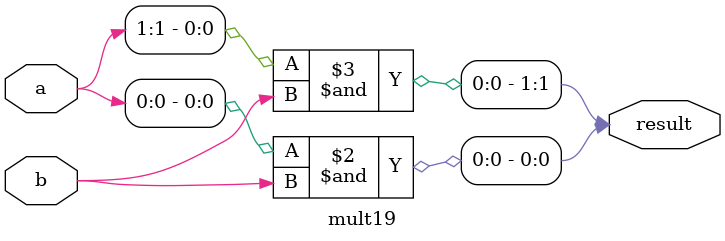
<source format=v>
module mult19(
    input [1:0] a,
    input b,
    output reg [1:0] result
);

always @(*) begin
    // Bit-wise multiplication
    result[0] = a[0] & b[0];
    result[1] = a[1] & b[0];
end

endmodule

</source>
